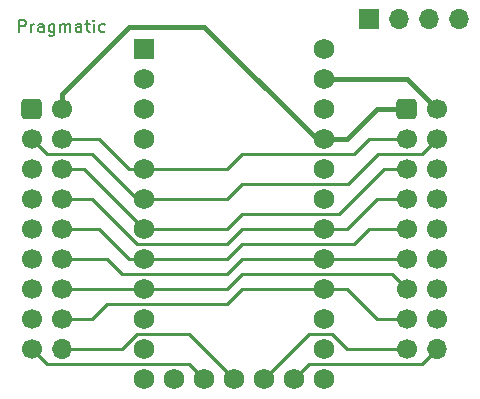
<source format=gtl>
%TF.GenerationSoftware,KiCad,Pcbnew,(5.1.12-1-10_14)*%
%TF.CreationDate,2021-11-20T17:27:35+08:00*%
%TF.ProjectId,Pragmatic,50726167-6d61-4746-9963-2e6b69636164,V0.1*%
%TF.SameCoordinates,Original*%
%TF.FileFunction,Copper,L1,Top*%
%TF.FilePolarity,Positive*%
%FSLAX46Y46*%
G04 Gerber Fmt 4.6, Leading zero omitted, Abs format (unit mm)*
G04 Created by KiCad (PCBNEW (5.1.12-1-10_14)) date 2021-11-20 17:27:35*
%MOMM*%
%LPD*%
G01*
G04 APERTURE LIST*
%TA.AperFunction,NonConductor*%
%ADD10C,0.152400*%
%TD*%
%TA.AperFunction,ComponentPad*%
%ADD11O,1.700000X1.700000*%
%TD*%
%TA.AperFunction,ComponentPad*%
%ADD12C,1.700000*%
%TD*%
%TA.AperFunction,ComponentPad*%
%ADD13C,1.752600*%
%TD*%
%TA.AperFunction,ComponentPad*%
%ADD14R,1.752600X1.752600*%
%TD*%
%TA.AperFunction,ComponentPad*%
%ADD15R,1.700000X1.700000*%
%TD*%
%TA.AperFunction,Conductor*%
%ADD16C,0.250000*%
%TD*%
%TA.AperFunction,Conductor*%
%ADD17C,0.400000*%
%TD*%
G04 APERTURE END LIST*
D10*
X121490619Y-48084619D02*
X121490619Y-47068619D01*
X121877666Y-47068619D01*
X121974428Y-47117000D01*
X122022809Y-47165380D01*
X122071190Y-47262142D01*
X122071190Y-47407285D01*
X122022809Y-47504047D01*
X121974428Y-47552428D01*
X121877666Y-47600809D01*
X121490619Y-47600809D01*
X122506619Y-48084619D02*
X122506619Y-47407285D01*
X122506619Y-47600809D02*
X122555000Y-47504047D01*
X122603380Y-47455666D01*
X122700142Y-47407285D01*
X122796904Y-47407285D01*
X123571000Y-48084619D02*
X123571000Y-47552428D01*
X123522619Y-47455666D01*
X123425857Y-47407285D01*
X123232333Y-47407285D01*
X123135571Y-47455666D01*
X123571000Y-48036238D02*
X123474238Y-48084619D01*
X123232333Y-48084619D01*
X123135571Y-48036238D01*
X123087190Y-47939476D01*
X123087190Y-47842714D01*
X123135571Y-47745952D01*
X123232333Y-47697571D01*
X123474238Y-47697571D01*
X123571000Y-47649190D01*
X124490238Y-47407285D02*
X124490238Y-48229761D01*
X124441857Y-48326523D01*
X124393476Y-48374904D01*
X124296714Y-48423285D01*
X124151571Y-48423285D01*
X124054809Y-48374904D01*
X124490238Y-48036238D02*
X124393476Y-48084619D01*
X124199952Y-48084619D01*
X124103190Y-48036238D01*
X124054809Y-47987857D01*
X124006428Y-47891095D01*
X124006428Y-47600809D01*
X124054809Y-47504047D01*
X124103190Y-47455666D01*
X124199952Y-47407285D01*
X124393476Y-47407285D01*
X124490238Y-47455666D01*
X124974047Y-48084619D02*
X124974047Y-47407285D01*
X124974047Y-47504047D02*
X125022428Y-47455666D01*
X125119190Y-47407285D01*
X125264333Y-47407285D01*
X125361095Y-47455666D01*
X125409476Y-47552428D01*
X125409476Y-48084619D01*
X125409476Y-47552428D02*
X125457857Y-47455666D01*
X125554619Y-47407285D01*
X125699761Y-47407285D01*
X125796523Y-47455666D01*
X125844904Y-47552428D01*
X125844904Y-48084619D01*
X126764142Y-48084619D02*
X126764142Y-47552428D01*
X126715761Y-47455666D01*
X126619000Y-47407285D01*
X126425476Y-47407285D01*
X126328714Y-47455666D01*
X126764142Y-48036238D02*
X126667380Y-48084619D01*
X126425476Y-48084619D01*
X126328714Y-48036238D01*
X126280333Y-47939476D01*
X126280333Y-47842714D01*
X126328714Y-47745952D01*
X126425476Y-47697571D01*
X126667380Y-47697571D01*
X126764142Y-47649190D01*
X127102809Y-47407285D02*
X127489857Y-47407285D01*
X127247952Y-47068619D02*
X127247952Y-47939476D01*
X127296333Y-48036238D01*
X127393095Y-48084619D01*
X127489857Y-48084619D01*
X127828523Y-48084619D02*
X127828523Y-47407285D01*
X127828523Y-47068619D02*
X127780142Y-47117000D01*
X127828523Y-47165380D01*
X127876904Y-47117000D01*
X127828523Y-47068619D01*
X127828523Y-47165380D01*
X128747761Y-48036238D02*
X128651000Y-48084619D01*
X128457476Y-48084619D01*
X128360714Y-48036238D01*
X128312333Y-47987857D01*
X128263952Y-47891095D01*
X128263952Y-47600809D01*
X128312333Y-47504047D01*
X128360714Y-47455666D01*
X128457476Y-47407285D01*
X128651000Y-47407285D01*
X128747761Y-47455666D01*
D11*
X156845000Y-74930000D03*
D12*
X154305000Y-74930000D03*
D11*
X125095000Y-74930000D03*
D12*
X122555000Y-74930000D03*
X156845000Y-72390000D03*
X156845000Y-69850000D03*
X156845000Y-67310000D03*
X156845000Y-64770000D03*
X156845000Y-62230000D03*
X156845000Y-59690000D03*
X156845000Y-57150000D03*
X156845000Y-54610000D03*
X154305000Y-72390000D03*
X154305000Y-69850000D03*
X154305000Y-67310000D03*
X154305000Y-64770000D03*
X154305000Y-62230000D03*
X154305000Y-59690000D03*
X154305000Y-57150000D03*
%TA.AperFunction,ComponentPad*%
G36*
G01*
X153455000Y-55210000D02*
X153455000Y-54010000D01*
G75*
G02*
X153705000Y-53760000I250000J0D01*
G01*
X154905000Y-53760000D01*
G75*
G02*
X155155000Y-54010000I0J-250000D01*
G01*
X155155000Y-55210000D01*
G75*
G02*
X154905000Y-55460000I-250000J0D01*
G01*
X153705000Y-55460000D01*
G75*
G02*
X153455000Y-55210000I0J250000D01*
G01*
G37*
%TD.AperFunction*%
X125095000Y-72390000D03*
X125095000Y-69850000D03*
X125095000Y-67310000D03*
X125095000Y-64770000D03*
X125095000Y-62230000D03*
X125095000Y-59690000D03*
X125095000Y-57150000D03*
X125095000Y-54610000D03*
X122555000Y-72390000D03*
X122555000Y-69850000D03*
X122555000Y-67310000D03*
X122555000Y-64770000D03*
X122555000Y-62230000D03*
X122555000Y-59690000D03*
X122555000Y-57150000D03*
%TA.AperFunction,ComponentPad*%
G36*
G01*
X121705000Y-55210000D02*
X121705000Y-54010000D01*
G75*
G02*
X121955000Y-53760000I250000J0D01*
G01*
X123155000Y-53760000D01*
G75*
G02*
X123405000Y-54010000I0J-250000D01*
G01*
X123405000Y-55210000D01*
G75*
G02*
X123155000Y-55460000I-250000J0D01*
G01*
X121955000Y-55460000D01*
G75*
G02*
X121705000Y-55210000I0J250000D01*
G01*
G37*
%TD.AperFunction*%
D13*
X134620000Y-77470000D03*
X137160000Y-77470000D03*
X139700000Y-77470000D03*
X142240000Y-77470000D03*
X144780000Y-77470000D03*
X147320000Y-49530000D03*
X132080000Y-77470000D03*
X147320000Y-52070000D03*
X147320000Y-54610000D03*
X147320000Y-57150000D03*
X147320000Y-59690000D03*
X147320000Y-62230000D03*
X147320000Y-64770000D03*
X147320000Y-67310000D03*
X147320000Y-69850000D03*
X147320000Y-72390000D03*
X147320000Y-74930000D03*
X147320000Y-77470000D03*
X132080000Y-74930000D03*
X132080000Y-72390000D03*
X132080000Y-69850000D03*
X132080000Y-67310000D03*
X132080000Y-64770000D03*
X132080000Y-62230000D03*
X132080000Y-59690000D03*
X132080000Y-57150000D03*
X132080000Y-54610000D03*
X132080000Y-52070000D03*
D14*
X132080000Y-49530000D03*
D11*
X158750000Y-46990000D03*
X156210000Y-46990000D03*
X153670000Y-46990000D03*
D15*
X151130000Y-46990000D03*
D16*
X131203701Y-63893701D02*
X132080000Y-64770000D01*
X127000000Y-59690000D02*
X131203701Y-63893701D01*
X125095000Y-59690000D02*
X127000000Y-59690000D01*
X152399294Y-59690000D02*
X154305000Y-59690000D01*
X148589294Y-63500000D02*
X152399294Y-59690000D01*
X140335000Y-63500000D02*
X148589294Y-63500000D01*
X139065000Y-64770000D02*
X140335000Y-63500000D01*
X132080000Y-64770000D02*
X139065000Y-64770000D01*
D17*
X146685000Y-57150000D02*
X147320000Y-57150000D01*
X137160000Y-47625000D02*
X146685000Y-57150000D01*
X125095000Y-53340000D02*
X130810000Y-47625000D01*
X130810000Y-47625000D02*
X137160000Y-47625000D01*
X125095000Y-54610000D02*
X125095000Y-53340000D01*
X149225000Y-57150000D02*
X151765000Y-54610000D01*
X151765000Y-54610000D02*
X154305000Y-54610000D01*
X147320000Y-57150000D02*
X149225000Y-57150000D01*
D16*
X130810000Y-67310000D02*
X132080000Y-67310000D01*
X128270000Y-64770000D02*
X130810000Y-67310000D01*
X125095000Y-64770000D02*
X128270000Y-64770000D01*
X151130000Y-64770000D02*
X154305000Y-64770000D01*
X149860000Y-66040000D02*
X151130000Y-64770000D01*
X140335000Y-66040000D02*
X149860000Y-66040000D01*
X139065000Y-67310000D02*
X140335000Y-66040000D01*
X132080000Y-67310000D02*
X139065000Y-67310000D01*
X125095000Y-69850000D02*
X132080000Y-69850000D01*
X153035000Y-68580000D02*
X154305000Y-69850000D01*
X140335000Y-68580000D02*
X153035000Y-68580000D01*
X139065000Y-69850000D02*
X140335000Y-68580000D01*
X132080000Y-69850000D02*
X139065000Y-69850000D01*
X149225000Y-69850000D02*
X147320000Y-69850000D01*
X151765000Y-72390000D02*
X149225000Y-69850000D01*
X154305000Y-72390000D02*
X151765000Y-72390000D01*
X139065000Y-71120000D02*
X128905000Y-71120000D01*
X140335000Y-69850000D02*
X139065000Y-71120000D01*
X127635000Y-72390000D02*
X125095000Y-72390000D01*
X128905000Y-71120000D02*
X127635000Y-72390000D01*
X147320000Y-69850000D02*
X140335000Y-69850000D01*
X154305000Y-67310000D02*
X147320000Y-67310000D01*
X130175000Y-68580000D02*
X128905000Y-67310000D01*
X140335000Y-67310000D02*
X139065000Y-68580000D01*
X128905000Y-67310000D02*
X125095000Y-67310000D01*
X139065000Y-68580000D02*
X130175000Y-68580000D01*
X147320000Y-67310000D02*
X140335000Y-67310000D01*
X149225000Y-64770000D02*
X147320000Y-64770000D01*
X151765000Y-62230000D02*
X149225000Y-64770000D01*
X154305000Y-62230000D02*
X151765000Y-62230000D01*
X131445000Y-66040000D02*
X127635000Y-62230000D01*
X139063590Y-66040000D02*
X131445000Y-66040000D01*
X140333587Y-64770000D02*
X139063590Y-66040000D01*
X127635000Y-62230000D02*
X125095000Y-62230000D01*
X147320000Y-64770000D02*
X140333587Y-64770000D01*
D17*
X154305000Y-52070000D02*
X156845000Y-54610000D01*
X147320000Y-52070000D02*
X154305000Y-52070000D01*
D16*
X128270000Y-57150000D02*
X125095000Y-57150000D01*
X130810000Y-59690000D02*
X128270000Y-57150000D01*
X132080000Y-59690000D02*
X130810000Y-59690000D01*
X140335000Y-58420000D02*
X149860000Y-58420000D01*
X139065000Y-59690000D02*
X140335000Y-58420000D01*
X151130000Y-57150000D02*
X154305000Y-57150000D01*
X149860000Y-58420000D02*
X151130000Y-57150000D01*
X132080000Y-59690000D02*
X139065000Y-59690000D01*
X139065000Y-62230000D02*
X140335000Y-60960000D01*
X149307999Y-60960000D02*
X151847999Y-58420000D01*
X132080000Y-62230000D02*
X139065000Y-62230000D01*
X151847999Y-58420000D02*
X155575000Y-58420000D01*
X155575000Y-58420000D02*
X156845000Y-57150000D01*
X140335000Y-60960000D02*
X149307999Y-60960000D01*
X127635000Y-58420000D02*
X123825000Y-58420000D01*
X123825000Y-58420000D02*
X122555000Y-57150000D01*
X131445000Y-62230000D02*
X127635000Y-58420000D01*
X132080000Y-62230000D02*
X131445000Y-62230000D01*
X135890000Y-73660000D02*
X139700000Y-77470000D01*
X131445000Y-73660000D02*
X135890000Y-73660000D01*
X130175000Y-74930000D02*
X131445000Y-73660000D01*
X125095000Y-74930000D02*
X130175000Y-74930000D01*
X135890000Y-76200000D02*
X137160000Y-77470000D01*
X123825000Y-76200000D02*
X135890000Y-76200000D01*
X122555000Y-74930000D02*
X123825000Y-76200000D01*
X146050000Y-76200000D02*
X144780000Y-77470000D01*
X155575000Y-76200000D02*
X146050000Y-76200000D01*
X156845000Y-74930000D02*
X155575000Y-76200000D01*
X146050000Y-73660000D02*
X142240000Y-77470000D01*
X147955000Y-73660000D02*
X146050000Y-73660000D01*
X149225000Y-74930000D02*
X147955000Y-73660000D01*
X154305000Y-74930000D02*
X149225000Y-74930000D01*
M02*

</source>
